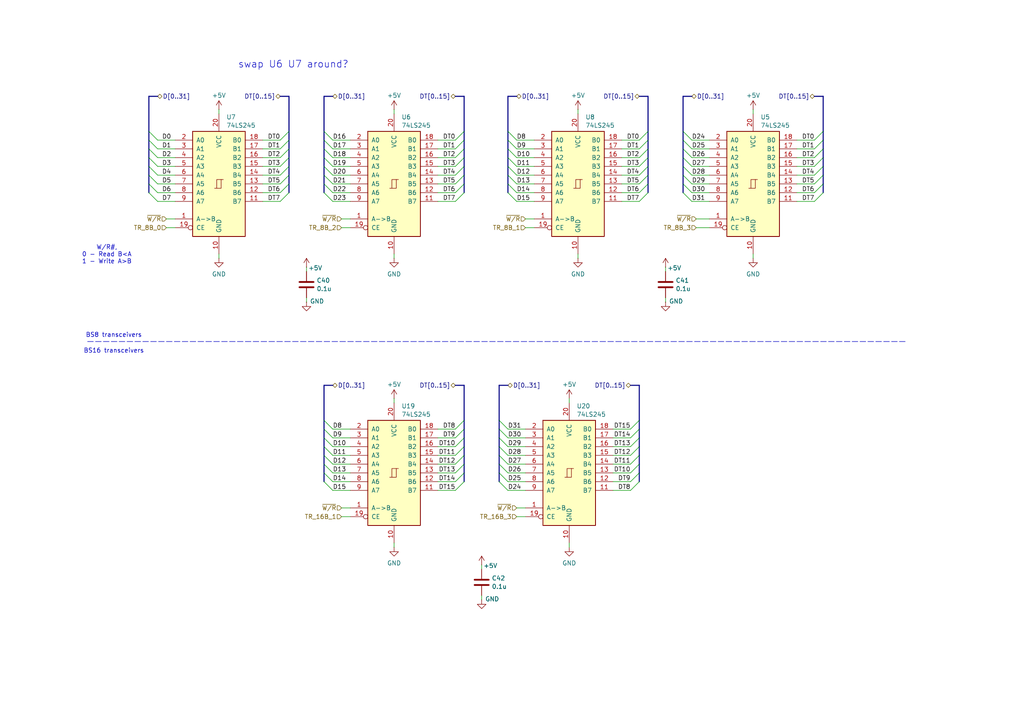
<source format=kicad_sch>
(kicad_sch (version 20250114) (generator "eeschema") (generator_version "9.0")
  (paper "A4")
  (title_block (title "486 Homebrew Computer") (date "2025-12-15") (rev "1 (sch 2.0)") (company "maniek86.xyz"))
  (lib_symbols
    (symbol "74xx:74LS245" (pin_names (offset 1.016))
      (property "Reference" "U" (at -7.62 16.51 0))
      (property "Value" "74LS245" (at -7.62 -16.51 0))
      (symbol "74LS245_1_0"
        (polyline (pts (xy -1.27 -1.27) (xy 0.635 -1.27) (xy 0.635 1.27) (xy 1.27 1.27)))
        (polyline (pts (xy -0.635 -1.27) (xy -0.635 1.27) (xy 0.635 1.27)))
        (pin tri_state line (at -12.7 12.7 0) (length 5.08) (name "A0") (number "2"))
        (pin tri_state line (at -12.7 10.16 0) (length 5.08) (name "A1") (number "3"))
        (pin tri_state line (at -12.7 7.62 0) (length 5.08) (name "A2") (number "4"))
        (pin tri_state line (at -12.7 5.08 0) (length 5.08) (name "A3") (number "5"))
        (pin tri_state line (at -12.7 2.54 0) (length 5.08) (name "A4") (number "6"))
        (pin tri_state line (at -12.7 0 0) (length 5.08) (name "A5") (number "7"))
        (pin tri_state line (at -12.7 -2.54 0) (length 5.08) (name "A6") (number "8"))
        (pin tri_state line (at -12.7 -5.08 0) (length 5.08) (name "A7") (number "9"))
        (pin input line (at -12.7 -10.16 0) (length 5.08) (name "A->B") (number "1"))
        (pin input inverted (at -12.7 -12.7 0) (length 5.08) (name "CE") (number "19"))
        (pin power_in line (at 0 20.32 270) (length 5.08) (name "VCC") (number "20"))
        (pin power_in line (at 0 -20.32 90) (length 5.08) (name "GND") (number "10"))
        (pin tri_state line (at 12.7 12.7 180) (length 5.08) (name "B0") (number "18"))
        (pin tri_state line (at 12.7 10.16 180) (length 5.08) (name "B1") (number "17"))
        (pin tri_state line (at 12.7 7.62 180) (length 5.08) (name "B2") (number "16"))
        (pin tri_state line (at 12.7 5.08 180) (length 5.08) (name "B3") (number "15"))
        (pin tri_state line (at 12.7 2.54 180) (length 5.08) (name "B4") (number "14"))
        (pin tri_state line (at 12.7 0 180) (length 5.08) (name "B5") (number "13"))
        (pin tri_state line (at 12.7 -2.54 180) (length 5.08) (name "B6") (number "12"))
        (pin tri_state line (at 12.7 -5.08 180) (length 5.08) (name "B7") (number "11"))
      )
      (symbol "74LS245_1_1"
        (rectangle (start -7.62 15.24) (end 7.62 -15.24) (stroke (width 0.254)) (fill (type background)))
      )
    )
    (symbol "Device:C" (pin_numbers (hide yes)) (pin_names (offset 0.254))
      (property "Reference" "C" (at 0.635 2.54 0))
      (property "Value" "C" (at 0.635 -2.54 0))
      (symbol "C_0_1"
        (polyline (pts (xy -2.032 0.762) (xy 2.032 0.762)) (stroke (width 0.508)))
        (polyline (pts (xy -2.032 -0.762) (xy 2.032 -0.762)) (stroke (width 0.508)))
      )
      (symbol "C_1_1"
        (pin passive line (at 0 3.81 270) (length 2.794) (name "~") (number "1"))
        (pin passive line (at 0 -3.81 90) (length 2.794) (name "~") (number "2"))
      )
    )
    (symbol "power:+5V" (power) (pin_numbers (hide yes)) (pin_names (offset 0) (hide yes))
      (property "Value" "+5V" (at 0 3.556 0))
      (symbol "+5V_0_1"
        (polyline (pts (xy -0.762 1.27) (xy 0 2.54)))
        (polyline (pts (xy 0 2.54) (xy 0.762 1.27)))
        (polyline (pts (xy 0 0) (xy 0 2.54)))
      )
      (symbol "+5V_1_1"
        (pin power_in line (at 0 0 90) (length 0) (name "~") (number "1"))
      )
    )
    (symbol "power:GND" (power) (pin_numbers (hide yes)) (pin_names (offset 0) (hide yes))
      (property "Value" "GND" (at 0 -3.81 0))
      (symbol "GND_0_1"
        (polyline (pts (xy 0 0) (xy 0 -1.27) (xy 1.27 -1.27) (xy 0 -2.54) (xy -1.27 -1.27) (xy 0 -1.27)))
      )
      (symbol "GND_1_1"
        (pin power_in line (at 0 0 270) (length 0) (name "~") (number "1"))
      )
    )
  )
  (text "swap U6 U7 around?" (at 85.09 18.796 0) (effects (font (size 2 2))))
  (text "W/R#,\n0 - Read B<A\n1 - Write A>B" (at 30.988 73.914 0) (effects (font (size 1.27 1.27))))
  (text "BS8 transceivers" (at 33.02 97.282 0) (effects (font (size 1.27 1.27))))
  (text "BS16 transceivers" (at 33.02 101.854 0) (effects (font (size 1.27 1.27))))
  (bus_entry (at 185.42 45.72) (size 2.54 -2.54))
  (bus_entry (at 185.42 50.8) (size 2.54 -2.54))
  (bus_entry (at 236.22 55.88) (size 2.54 -2.54))
  (bus_entry (at 81.28 53.34) (size 2.54 -2.54))
  (bus_entry (at 147.32 129.54) (size -2.54 -2.54))
  (bus_entry (at 132.08 129.54) (size 2.54 -2.54))
  (bus_entry (at 200.66 43.18) (size -2.54 -2.54))
  (bus_entry (at 185.42 48.26) (size 2.54 -2.54))
  (bus_entry (at 185.42 53.34) (size 2.54 -2.54))
  (bus_entry (at 149.86 45.72) (size -2.54 -2.54))
  (bus_entry (at 81.28 50.8) (size 2.54 -2.54))
  (bus_entry (at 200.66 55.88) (size -2.54 -2.54))
  (bus_entry (at 45.72 55.88) (size -2.54 -2.54))
  (bus_entry (at 96.52 58.42) (size -2.54 -2.54))
  (bus_entry (at 132.08 50.8) (size 2.54 -2.54))
  (bus_entry (at 236.22 50.8) (size 2.54 -2.54))
  (bus_entry (at 81.28 45.72) (size 2.54 -2.54))
  (bus_entry (at 185.42 58.42) (size 2.54 -2.54))
  (bus_entry (at 147.32 124.46) (size -2.54 -2.54))
  (bus_entry (at 200.66 48.26) (size -2.54 -2.54))
  (bus_entry (at 96.52 134.62) (size -2.54 -2.54))
  (bus_entry (at 147.32 134.62) (size -2.54 -2.54))
  (bus_entry (at 182.88 137.16) (size 2.54 -2.54))
  (bus_entry (at 200.66 50.8) (size -2.54 -2.54))
  (bus_entry (at 236.22 43.18) (size 2.54 -2.54))
  (bus_entry (at 182.88 132.08) (size 2.54 -2.54))
  (bus_entry (at 96.52 43.18) (size -2.54 -2.54))
  (bus_entry (at 132.08 142.24) (size 2.54 -2.54))
  (bus_entry (at 132.08 40.64) (size 2.54 -2.54))
  (bus_entry (at 182.88 129.54) (size 2.54 -2.54))
  (bus_entry (at 96.52 142.24) (size -2.54 -2.54))
  (bus_entry (at 96.52 40.64) (size -2.54 -2.54))
  (bus_entry (at 132.08 134.62) (size 2.54 -2.54))
  (bus_entry (at 132.08 45.72) (size 2.54 -2.54))
  (bus_entry (at 147.32 127) (size -2.54 -2.54))
  (bus_entry (at 147.32 132.08) (size -2.54 -2.54))
  (bus_entry (at 96.52 55.88) (size -2.54 -2.54))
  (bus_entry (at 45.72 45.72) (size -2.54 -2.54))
  (bus_entry (at 149.86 50.8) (size -2.54 -2.54))
  (bus_entry (at 81.28 40.64) (size 2.54 -2.54))
  (bus_entry (at 132.08 127) (size 2.54 -2.54))
  (bus_entry (at 96.52 127) (size -2.54 -2.54))
  (bus_entry (at 96.52 53.34) (size -2.54 -2.54))
  (bus_entry (at 236.22 48.26) (size 2.54 -2.54))
  (bus_entry (at 96.52 137.16) (size -2.54 -2.54))
  (bus_entry (at 45.72 58.42) (size -2.54 -2.54))
  (bus_entry (at 45.72 43.18) (size -2.54 -2.54))
  (bus_entry (at 200.66 40.64) (size -2.54 -2.54))
  (bus_entry (at 45.72 40.64) (size -2.54 -2.54))
  (bus_entry (at 132.08 124.46) (size 2.54 -2.54))
  (bus_entry (at 132.08 137.16) (size 2.54 -2.54))
  (bus_entry (at 149.86 55.88) (size -2.54 -2.54))
  (bus_entry (at 149.86 48.26) (size -2.54 -2.54))
  (bus_entry (at 200.66 53.34) (size -2.54 -2.54))
  (bus_entry (at 96.52 48.26) (size -2.54 -2.54))
  (bus_entry (at 147.32 142.24) (size -2.54 -2.54))
  (bus_entry (at 182.88 142.24) (size 2.54 -2.54))
  (bus_entry (at 96.52 139.7) (size -2.54 -2.54))
  (bus_entry (at 45.72 53.34) (size -2.54 -2.54))
  (bus_entry (at 147.32 137.16) (size -2.54 -2.54))
  (bus_entry (at 149.86 43.18) (size -2.54 -2.54))
  (bus_entry (at 81.28 48.26) (size 2.54 -2.54))
  (bus_entry (at 132.08 48.26) (size 2.54 -2.54))
  (bus_entry (at 182.88 139.7) (size 2.54 -2.54))
  (bus_entry (at 96.52 50.8) (size -2.54 -2.54))
  (bus_entry (at 149.86 53.34) (size -2.54 -2.54))
  (bus_entry (at 45.72 48.26) (size -2.54 -2.54))
  (bus_entry (at 236.22 53.34) (size 2.54 -2.54))
  (bus_entry (at 182.88 134.62) (size 2.54 -2.54))
  (bus_entry (at 185.42 55.88) (size 2.54 -2.54))
  (bus_entry (at 81.28 55.88) (size 2.54 -2.54))
  (bus_entry (at 96.52 45.72) (size -2.54 -2.54))
  (bus_entry (at 96.52 132.08) (size -2.54 -2.54))
  (bus_entry (at 132.08 132.08) (size 2.54 -2.54))
  (bus_entry (at 147.32 139.7) (size -2.54 -2.54))
  (bus_entry (at 81.28 58.42) (size 2.54 -2.54))
  (bus_entry (at 200.66 58.42) (size -2.54 -2.54))
  (bus_entry (at 96.52 129.54) (size -2.54 -2.54))
  (bus_entry (at 132.08 55.88) (size 2.54 -2.54))
  (bus_entry (at 200.66 45.72) (size -2.54 -2.54))
  (bus_entry (at 185.42 43.18) (size 2.54 -2.54))
  (bus_entry (at 96.52 124.46) (size -2.54 -2.54))
  (bus_entry (at 132.08 58.42) (size 2.54 -2.54))
  (bus_entry (at 132.08 53.34) (size 2.54 -2.54))
  (bus_entry (at 182.88 124.46) (size 2.54 -2.54))
  (bus_entry (at 45.72 50.8) (size -2.54 -2.54))
  (bus_entry (at 236.22 58.42) (size 2.54 -2.54))
  (bus_entry (at 149.86 40.64) (size -2.54 -2.54))
  (bus_entry (at 185.42 40.64) (size 2.54 -2.54))
  (bus_entry (at 132.08 139.7) (size 2.54 -2.54))
  (bus_entry (at 236.22 45.72) (size 2.54 -2.54))
  (bus_entry (at 81.28 43.18) (size 2.54 -2.54))
  (bus_entry (at 132.08 43.18) (size 2.54 -2.54))
  (bus_entry (at 149.86 58.42) (size -2.54 -2.54))
  (bus_entry (at 236.22 40.64) (size 2.54 -2.54))
  (bus_entry (at 182.88 127) (size 2.54 -2.54))
  (wire (pts (xy 180.34 43.18) (xy 185.42 43.18)))
  (wire (pts (xy 96.52 50.8) (xy 101.6 50.8)))
  (bus (pts (xy 185.42 111.76) (xy 185.42 121.92)))
  (wire (pts (xy 96.52 139.7) (xy 101.6 139.7)))
  (bus (pts (xy 238.76 40.64) (xy 238.76 43.18)))
  (bus (pts (xy 134.62 48.26) (xy 134.62 50.8)))
  (wire (pts (xy 200.66 45.72) (xy 205.74 45.72)))
  (wire (pts (xy 147.32 139.7) (xy 152.4 139.7)))
  (bus (pts (xy 83.82 53.34) (xy 83.82 55.88)))
  (bus (pts (xy 134.62 132.08) (xy 134.62 134.62)))
  (bus (pts (xy 198.12 27.94) (xy 200.66 27.94)))
  (bus (pts (xy 187.96 48.26) (xy 187.96 50.8)))
  (wire (pts (xy 139.7 163.83) (xy 139.7 165.1)))
  (bus (pts (xy 134.62 129.54) (xy 134.62 132.08)))
  (bus (pts (xy 144.78 124.46) (xy 144.78 121.92)))
  (wire (pts (xy 63.5 31.75) (xy 63.5 33.02)))
  (wire (pts (xy 149.86 147.32) (xy 152.4 147.32)))
  (bus (pts (xy 147.32 45.72) (xy 147.32 43.18)))
  (wire (pts (xy 114.3 73.66) (xy 114.3 74.93)))
  (bus (pts (xy 147.32 50.8) (xy 147.32 48.26)))
  (wire (pts (xy 45.72 53.34) (xy 50.8 53.34)))
  (bus (pts (xy 134.62 121.92) (xy 134.62 124.46)))
  (bus (pts (xy 83.82 45.72) (xy 83.82 48.26)))
  (bus (pts (xy 238.76 45.72) (xy 238.76 48.26)))
  (wire (pts (xy 200.66 43.18) (xy 205.74 43.18)))
  (bus (pts (xy 185.42 132.08) (xy 185.42 134.62)))
  (bus (pts (xy 187.96 27.94) (xy 187.96 38.1)))
  (wire (pts (xy 88.9 86.36) (xy 88.9 87.63)))
  (wire (pts (xy 76.2 48.26) (xy 81.28 48.26)))
  (bus (pts (xy 238.76 48.26) (xy 238.76 50.8)))
  (bus (pts (xy 198.12 38.1) (xy 198.12 27.94)))
  (wire (pts (xy 63.5 73.66) (xy 63.5 74.93)))
  (wire (pts (xy 152.4 63.5) (xy 154.94 63.5)))
  (wire (pts (xy 127 43.18) (xy 132.08 43.18)))
  (bus (pts (xy 144.78 137.16) (xy 144.78 134.62)))
  (bus (pts (xy 43.18 43.18) (xy 43.18 45.72)))
  (wire (pts (xy 147.32 127) (xy 152.4 127)))
  (bus (pts (xy 198.12 40.64) (xy 198.12 38.1)))
  (wire (pts (xy 127 40.64) (xy 132.08 40.64)))
  (wire (pts (xy 96.52 124.46) (xy 101.6 124.46)))
  (bus (pts (xy 144.78 111.76) (xy 147.32 111.76)))
  (bus (pts (xy 132.08 27.94) (xy 134.62 27.94)))
  (bus (pts (xy 185.42 129.54) (xy 185.42 132.08)))
  (bus (pts (xy 147.32 43.18) (xy 147.32 40.64)))
  (bus (pts (xy 144.78 132.08) (xy 144.78 129.54)))
  (bus (pts (xy 83.82 40.64) (xy 83.82 43.18)))
  (bus (pts (xy 93.98 40.64) (xy 93.98 43.18)))
  (wire (pts (xy 147.32 129.54) (xy 152.4 129.54)))
  (wire (pts (xy 96.52 127) (xy 101.6 127)))
  (polyline (pts (xy 25.4 99.06) (xy 262.89 99.06)) (stroke (width 0) (type dash)))
  (bus (pts (xy 238.76 38.1) (xy 238.76 40.64)))
  (wire (pts (xy 231.14 40.64) (xy 236.22 40.64)))
  (wire (pts (xy 45.72 50.8) (xy 50.8 50.8)))
  (wire (pts (xy 139.7 172.72) (xy 139.7 173.99)))
  (wire (pts (xy 127 45.72) (xy 132.08 45.72)))
  (bus (pts (xy 144.78 139.7) (xy 144.78 137.16)))
  (wire (pts (xy 127 139.7) (xy 132.08 139.7)))
  (wire (pts (xy 99.06 147.32) (xy 101.6 147.32)))
  (wire (pts (xy 127 134.62) (xy 132.08 134.62)))
  (bus (pts (xy 198.12 48.26) (xy 198.12 45.72)))
  (wire (pts (xy 149.86 149.86) (xy 152.4 149.86)))
  (bus (pts (xy 238.76 53.34) (xy 238.76 55.88)))
  (bus (pts (xy 144.78 129.54) (xy 144.78 127)))
  (wire (pts (xy 149.86 48.26) (xy 154.94 48.26)))
  (wire (pts (xy 152.4 124.46) (xy 147.32 124.46)))
  (wire (pts (xy 147.32 137.16) (xy 152.4 137.16)))
  (bus (pts (xy 43.18 27.94) (xy 43.18 38.1)))
  (bus (pts (xy 198.12 43.18) (xy 198.12 40.64)))
  (wire (pts (xy 127 50.8) (xy 132.08 50.8)))
  (wire (pts (xy 96.52 55.88) (xy 101.6 55.88)))
  (wire (pts (xy 165.1 115.57) (xy 165.1 116.84)))
  (wire (pts (xy 147.32 134.62) (xy 152.4 134.62)))
  (wire (pts (xy 218.44 73.66) (xy 218.44 74.93)))
  (wire (pts (xy 149.86 53.34) (xy 154.94 53.34)))
  (wire (pts (xy 48.26 66.04) (xy 50.8 66.04)))
  (wire (pts (xy 180.34 50.8) (xy 185.42 50.8)))
  (bus (pts (xy 238.76 43.18) (xy 238.76 45.72)))
  (bus (pts (xy 147.32 55.88) (xy 147.32 53.34)))
  (bus (pts (xy 134.62 127) (xy 134.62 129.54)))
  (wire (pts (xy 149.86 45.72) (xy 154.94 45.72)))
  (wire (pts (xy 45.72 48.26) (xy 50.8 48.26)))
  (wire (pts (xy 200.66 55.88) (xy 205.74 55.88)))
  (wire (pts (xy 99.06 149.86) (xy 101.6 149.86)))
  (wire (pts (xy 96.52 48.26) (xy 101.6 48.26)))
  (wire (pts (xy 182.88 127) (xy 177.8 127)))
  (wire (pts (xy 127 137.16) (xy 132.08 137.16)))
  (bus (pts (xy 134.62 45.72) (xy 134.62 48.26)))
  (bus (pts (xy 187.96 45.72) (xy 187.96 48.26)))
  (wire (pts (xy 180.34 58.42) (xy 185.42 58.42)))
  (bus (pts (xy 182.88 111.76) (xy 185.42 111.76)))
  (bus (pts (xy 134.62 124.46) (xy 134.62 127)))
  (wire (pts (xy 76.2 43.18) (xy 81.28 43.18)))
  (bus (pts (xy 187.96 38.1) (xy 187.96 40.64)))
  (bus (pts (xy 93.98 137.16) (xy 93.98 134.62)))
  (bus (pts (xy 185.42 127) (xy 185.42 129.54)))
  (wire (pts (xy 76.2 50.8) (xy 81.28 50.8)))
  (wire (pts (xy 127 53.34) (xy 132.08 53.34)))
  (wire (pts (xy 76.2 55.88) (xy 81.28 55.88)))
  (bus (pts (xy 43.18 53.34) (xy 43.18 55.88)))
  (wire (pts (xy 231.14 58.42) (xy 236.22 58.42)))
  (bus (pts (xy 238.76 50.8) (xy 238.76 53.34)))
  (bus (pts (xy 43.18 45.72) (xy 43.18 48.26)))
  (bus (pts (xy 43.18 50.8) (xy 43.18 53.34)))
  (wire (pts (xy 180.34 53.34) (xy 185.42 53.34)))
  (bus (pts (xy 185.42 121.92) (xy 185.42 124.46)))
  (bus (pts (xy 198.12 55.88) (xy 198.12 53.34)))
  (wire (pts (xy 193.04 77.47) (xy 193.04 78.74)))
  (wire (pts (xy 218.44 31.75) (xy 218.44 33.02)))
  (wire (pts (xy 182.88 129.54) (xy 177.8 129.54)))
  (wire (pts (xy 149.86 58.42) (xy 154.94 58.42)))
  (wire (pts (xy 180.34 48.26) (xy 185.42 48.26)))
  (wire (pts (xy 180.34 45.72) (xy 185.42 45.72)))
  (bus (pts (xy 134.62 111.76) (xy 134.62 121.92)))
  (wire (pts (xy 149.86 55.88) (xy 154.94 55.88)))
  (wire (pts (xy 45.72 58.42) (xy 50.8 58.42)))
  (wire (pts (xy 76.2 58.42) (xy 81.28 58.42)))
  (bus (pts (xy 93.98 132.08) (xy 93.98 129.54)))
  (bus (pts (xy 134.62 50.8) (xy 134.62 53.34)))
  (wire (pts (xy 45.72 45.72) (xy 50.8 45.72)))
  (bus (pts (xy 147.32 53.34) (xy 147.32 50.8)))
  (bus (pts (xy 134.62 27.94) (xy 134.62 38.1)))
  (wire (pts (xy 167.64 31.75) (xy 167.64 33.02)))
  (wire (pts (xy 182.88 132.08) (xy 177.8 132.08)))
  (wire (pts (xy 114.3 115.57) (xy 114.3 116.84)))
  (bus (pts (xy 43.18 38.1) (xy 43.18 40.64)))
  (wire (pts (xy 99.06 63.5) (xy 101.6 63.5)))
  (wire (pts (xy 201.93 66.04) (xy 205.74 66.04)))
  (bus (pts (xy 238.76 27.94) (xy 238.76 38.1)))
  (bus (pts (xy 93.98 129.54) (xy 93.98 127)))
  (bus (pts (xy 144.78 134.62) (xy 144.78 132.08)))
  (wire (pts (xy 180.34 40.64) (xy 185.42 40.64)))
  (wire (pts (xy 231.14 50.8) (xy 236.22 50.8)))
  (bus (pts (xy 93.98 45.72) (xy 93.98 48.26)))
  (wire (pts (xy 200.66 58.42) (xy 205.74 58.42)))
  (bus (pts (xy 187.96 53.34) (xy 187.96 55.88)))
  (wire (pts (xy 96.52 43.18) (xy 101.6 43.18)))
  (bus (pts (xy 147.32 38.1) (xy 147.32 27.94)))
  (wire (pts (xy 45.72 40.64) (xy 50.8 40.64)))
  (bus (pts (xy 147.32 48.26) (xy 147.32 45.72)))
  (wire (pts (xy 127 124.46) (xy 132.08 124.46)))
  (wire (pts (xy 114.3 31.75) (xy 114.3 33.02)))
  (bus (pts (xy 185.42 27.94) (xy 187.96 27.94)))
  (bus (pts (xy 134.62 43.18) (xy 134.62 45.72)))
  (wire (pts (xy 76.2 40.64) (xy 81.28 40.64)))
  (bus (pts (xy 187.96 50.8) (xy 187.96 53.34)))
  (wire (pts (xy 127 142.24) (xy 132.08 142.24)))
  (wire (pts (xy 182.88 142.24) (xy 177.8 142.24)))
  (bus (pts (xy 236.22 27.94) (xy 238.76 27.94)))
  (bus (pts (xy 198.12 50.8) (xy 198.12 48.26)))
  (bus (pts (xy 147.32 27.94) (xy 149.86 27.94)))
  (wire (pts (xy 127 127) (xy 132.08 127)))
  (bus (pts (xy 134.62 137.16) (xy 134.62 139.7)))
  (bus (pts (xy 132.08 111.76) (xy 134.62 111.76)))
  (bus (pts (xy 93.98 139.7) (xy 93.98 137.16)))
  (wire (pts (xy 99.06 66.04) (xy 101.6 66.04)))
  (wire (pts (xy 45.72 55.88) (xy 50.8 55.88)))
  (wire (pts (xy 96.52 45.72) (xy 101.6 45.72)))
  (bus (pts (xy 93.98 43.18) (xy 93.98 45.72)))
  (wire (pts (xy 114.3 157.48) (xy 114.3 158.75)))
  (bus (pts (xy 93.98 27.94) (xy 96.52 27.94)))
  (bus (pts (xy 198.12 53.34) (xy 198.12 50.8)))
  (bus (pts (xy 147.32 40.64) (xy 147.32 38.1)))
  (wire (pts (xy 205.74 40.64) (xy 200.66 40.64)))
  (bus (pts (xy 43.18 27.94) (xy 45.72 27.94)))
  (wire (pts (xy 231.14 55.88) (xy 236.22 55.88)))
  (wire (pts (xy 201.93 63.5) (xy 205.74 63.5)))
  (wire (pts (xy 147.32 142.24) (xy 152.4 142.24)))
  (wire (pts (xy 182.88 139.7) (xy 177.8 139.7)))
  (bus (pts (xy 93.98 111.76) (xy 96.52 111.76)))
  (wire (pts (xy 200.66 50.8) (xy 205.74 50.8)))
  (bus (pts (xy 93.98 134.62) (xy 93.98 132.08)))
  (wire (pts (xy 180.34 55.88) (xy 185.42 55.88)))
  (bus (pts (xy 43.18 48.26) (xy 43.18 50.8)))
  (wire (pts (xy 48.26 63.5) (xy 50.8 63.5)))
  (wire (pts (xy 165.1 157.48) (xy 165.1 158.75)))
  (wire (pts (xy 96.52 40.64) (xy 101.6 40.64)))
  (wire (pts (xy 182.88 137.16) (xy 177.8 137.16)))
  (wire (pts (xy 45.72 43.18) (xy 50.8 43.18)))
  (wire (pts (xy 127 58.42) (xy 132.08 58.42)))
  (wire (pts (xy 231.14 48.26) (xy 236.22 48.26)))
  (bus (pts (xy 83.82 50.8) (xy 83.82 53.34)))
  (bus (pts (xy 93.98 121.92) (xy 93.98 111.76)))
  (wire (pts (xy 182.88 134.62) (xy 177.8 134.62)))
  (wire (pts (xy 149.86 43.18) (xy 154.94 43.18)))
  (wire (pts (xy 231.14 53.34) (xy 236.22 53.34)))
  (wire (pts (xy 182.88 124.46) (xy 177.8 124.46)))
  (bus (pts (xy 93.98 127) (xy 93.98 124.46)))
  (bus (pts (xy 93.98 53.34) (xy 93.98 55.88)))
  (bus (pts (xy 93.98 48.26) (xy 93.98 50.8)))
  (bus (pts (xy 83.82 43.18) (xy 83.82 45.72)))
  (wire (pts (xy 152.4 66.04) (xy 154.94 66.04)))
  (bus (pts (xy 198.12 45.72) (xy 198.12 43.18)))
  (bus (pts (xy 144.78 127) (xy 144.78 124.46)))
  (wire (pts (xy 231.14 45.72) (xy 236.22 45.72)))
  (wire (pts (xy 76.2 53.34) (xy 81.28 53.34)))
  (wire (pts (xy 127 132.08) (xy 132.08 132.08)))
  (bus (pts (xy 93.98 38.1) (xy 93.98 40.64)))
  (wire (pts (xy 200.66 53.34) (xy 205.74 53.34)))
  (wire (pts (xy 76.2 45.72) (xy 81.28 45.72)))
  (bus (pts (xy 93.98 50.8) (xy 93.98 53.34)))
  (bus (pts (xy 185.42 134.62) (xy 185.42 137.16)))
  (wire (pts (xy 231.14 43.18) (xy 236.22 43.18)))
  (bus (pts (xy 134.62 134.62) (xy 134.62 137.16)))
  (bus (pts (xy 185.42 124.46) (xy 185.42 127)))
  (bus (pts (xy 134.62 53.34) (xy 134.62 55.88)))
  (wire (pts (xy 96.52 142.24) (xy 101.6 142.24)))
  (wire (pts (xy 167.64 73.66) (xy 167.64 74.93)))
  (wire (pts (xy 96.52 137.16) (xy 101.6 137.16)))
  (bus (pts (xy 187.96 40.64) (xy 187.96 43.18)))
  (bus (pts (xy 83.82 38.1) (xy 83.82 40.64)))
  (wire (pts (xy 127 55.88) (xy 132.08 55.88)))
  (bus (pts (xy 83.82 27.94) (xy 83.82 38.1)))
  (wire (pts (xy 147.32 132.08) (xy 152.4 132.08)))
  (bus (pts (xy 93.98 124.46) (xy 93.98 121.92)))
  (wire (pts (xy 96.52 53.34) (xy 101.6 53.34)))
  (bus (pts (xy 43.18 40.64) (xy 43.18 43.18)))
  (wire (pts (xy 193.04 86.36) (xy 193.04 87.63)))
  (wire (pts (xy 149.86 50.8) (xy 154.94 50.8)))
  (bus (pts (xy 134.62 40.64) (xy 134.62 43.18)))
  (bus (pts (xy 81.28 27.94) (xy 83.82 27.94)))
  (bus (pts (xy 93.98 38.1) (xy 93.98 27.94)))
  (bus (pts (xy 134.62 38.1) (xy 134.62 40.64)))
  (wire (pts (xy 149.86 40.64) (xy 154.94 40.64)))
  (bus (pts (xy 144.78 121.92) (xy 144.78 111.76)))
  (bus (pts (xy 185.42 137.16) (xy 185.42 139.7)))
  (wire (pts (xy 127 129.54) (xy 132.08 129.54)))
  (wire (pts (xy 96.52 58.42) (xy 101.6 58.42)))
  (bus (pts (xy 83.82 48.26) (xy 83.82 50.8)))
  (bus (pts (xy 187.96 43.18) (xy 187.96 45.72)))
  (wire (pts (xy 88.9 77.47) (xy 88.9 78.74)))
  (wire (pts (xy 96.52 132.08) (xy 101.6 132.08)))
  (wire (pts (xy 96.52 134.62) (xy 101.6 134.62)))
  (wire (pts (xy 127 48.26) (xy 132.08 48.26)))
  (wire (pts (xy 200.66 48.26) (xy 205.74 48.26)))
  (wire (pts (xy 96.52 129.54) (xy 101.6 129.54)))
  (label "DT15" (at 182.88 124.46 180))
  (label "DT8" (at 132.08 124.46 180))
  (label "DT3" (at 236.22 48.26 180))
  (label "DT11" (at 182.88 134.62 180))
  (label "DT0" (at 236.22 40.64 180))
  (label "DT1" (at 185.42 43.18 180))
  (label "DT0" (at 81.28 40.64 180))
  (label "DT7" (at 185.42 58.42 180))
  (label "DT3" (at 81.28 48.26 180))
  (label "D21" (at 96.52 53.34 0))
  (label "D27" (at 200.66 48.26 0))
  (label "DT14" (at 132.08 139.7 180))
  (label "D17" (at 96.52 43.18 0))
  (label "DT6" (at 81.28 55.88 180))
  (label "DT4" (at 185.42 50.8 180))
  (label "D11" (at 96.52 132.08 0))
  (label "D15" (at 149.86 58.42 0))
  (label "DT5" (at 81.28 53.34 180))
  (label "DT9" (at 132.08 127 180))
  (label "DT5" (at 132.08 53.34 180))
  (label "D8" (at 96.52 124.46 0))
  (label "D14" (at 96.52 139.7 0))
  (label "D28" (at 200.66 50.8 0))
  (label "D13" (at 149.86 53.34 0))
  (label "D8" (at 149.86 40.64 0))
  (label "DT0" (at 132.08 40.64 180))
  (label "D6" (at 46.99 55.88 0))
  (label "DT13" (at 182.88 129.54 180))
  (label "D10" (at 96.52 129.54 0))
  (label "DT14" (at 182.88 127 180))
  (label "DT1" (at 132.08 43.18 180))
  (label "D30" (at 200.66 55.88 0))
  (label "DT13" (at 132.08 137.16 180))
  (label "DT1" (at 81.28 43.18 180))
  (label "D7" (at 46.99 58.42 0))
  (label "D25" (at 147.32 139.7 0))
  (label "D11" (at 149.86 48.26 0))
  (label "DT4" (at 81.28 50.8 180))
  (label "D24" (at 200.66 40.64 0))
  (label "DT2" (at 236.22 45.72 180))
  (label "DT2" (at 81.28 45.72 180))
  (label "D9" (at 149.86 43.18 0))
  (label "D23" (at 96.52 58.42 0))
  (label "DT10" (at 182.88 137.16 180))
  (label "D28" (at 147.32 132.08 0))
  (label "DT5" (at 185.42 53.34 180))
  (label "D16" (at 96.52 40.64 0))
  (label "D22" (at 96.52 55.88 0))
  (label "D14" (at 149.86 55.88 0))
  (label "D18" (at 96.52 45.72 0))
  (label "DT4" (at 236.22 50.8 180))
  (label "DT11" (at 132.08 132.08 180))
  (label "D3" (at 46.99 48.26 0))
  (label "DT12" (at 182.88 132.08 180))
  (label "DT12" (at 132.08 134.62 180))
  (label "DT5" (at 236.22 53.34 180))
  (label "DT3" (at 132.08 48.26 180))
  (label "DT9" (at 182.88 139.7 180))
  (label "D25" (at 200.66 43.18 0))
  (label "DT15" (at 132.08 142.24 180))
  (label "DT3" (at 185.42 48.26 180))
  (label "D29" (at 147.32 129.54 0))
  (label "D10" (at 149.86 45.72 0))
  (label "D19" (at 96.52 48.26 0))
  (label "DT1" (at 236.22 43.18 180))
  (label "DT6" (at 132.08 55.88 180))
  (label "D9" (at 96.52 127 0))
  (label "DT7" (at 81.28 58.42 180))
  (label "DT6" (at 185.42 55.88 180))
  (label "D1" (at 46.99 43.18 0))
  (label "D31" (at 200.66 58.42 0))
  (label "D20" (at 96.52 50.8 0))
  (label "D13" (at 96.52 137.16 0))
  (label "D2" (at 46.99 45.72 0))
  (label "DT6" (at 236.22 55.88 180))
  (label "DT4" (at 132.08 50.8 180))
  (label "DT0" (at 185.42 40.64 180))
  (label "DT2" (at 132.08 45.72 180))
  (label "D27" (at 147.32 134.62 0))
  (label "D15" (at 96.52 142.24 0))
  (label "DT7" (at 132.08 58.42 180))
  (label "D26" (at 147.32 137.16 0))
  (label "D26" (at 200.66 45.72 0))
  (label "DT10" (at 132.08 129.54 180))
  (label "D0" (at 46.99 40.64 0))
  (label "D4" (at 46.99 50.8 0))
  (label "DT8" (at 182.88 142.24 180))
  (label "D24" (at 147.32 142.24 0))
  (label "DT7" (at 236.22 58.42 180))
  (label "D12" (at 96.52 134.62 0))
  (label "D12" (at 149.86 50.8 0))
  (label "D29" (at 200.66 53.34 0))
  (label "D5" (at 46.99 53.34 0))
  (label "D30" (at 147.32 127 0))
  (label "D31" (at 147.32 124.46 0))
  (label "DT2" (at 185.42 45.72 180))
  (hierarchical_label "~{W{slash}R}" (shape input) (at 99.06 63.5 180))
  (hierarchical_label "~{W{slash}R}" (shape input) (at 99.06 147.32 180))
  (hierarchical_label "D[0..31]" (shape bidirectional) (at 147.32 111.76 0))
  (hierarchical_label "~{W{slash}R}" (shape input) (at 152.4 63.5 180))
  (hierarchical_label "DT[0..15]" (shape bidirectional) (at 182.88 111.76 180))
  (hierarchical_label "DT[0..15]" (shape bidirectional) (at 132.08 27.94 180))
  (hierarchical_label "TR_8B_3" (shape input) (at 201.93 66.04 180))
  (hierarchical_label "D[0..31]" (shape bidirectional) (at 96.52 111.76 0))
  (hierarchical_label "TR_8B_0" (shape input) (at 48.26 66.04 180))
  (hierarchical_label "D[0..31]" (shape bidirectional) (at 149.86 27.94 0))
  (hierarchical_label "~{W{slash}R}" (shape input) (at 201.93 63.5 180))
  (hierarchical_label "TR_8B_1" (shape input) (at 152.4 66.04 180))
  (hierarchical_label "~{W{slash}R}" (shape input) (at 149.86 147.32 180))
  (hierarchical_label "TR_16B_3" (shape input) (at 149.86 149.86 180))
  (hierarchical_label "DT[0..15]" (shape bidirectional) (at 132.08 111.76 180))
  (hierarchical_label "DT[0..15]" (shape bidirectional) (at 236.22 27.94 180))
  (hierarchical_label "D[0..31]" (shape bidirectional) (at 45.72 27.94 0))
  (hierarchical_label "TR_8B_2" (shape input) (at 99.06 66.04 180))
  (hierarchical_label "D[0..31]" (shape bidirectional) (at 200.66 27.94 0))
  (hierarchical_label "DT[0..15]" (shape bidirectional) (at 185.42 27.94 180))
  (hierarchical_label "~{W{slash}R}" (shape input) (at 48.26 63.5 180))
  (hierarchical_label "DT[0..15]" (shape bidirectional) (at 81.28 27.94 180))
  (hierarchical_label "D[0..31]" (shape bidirectional) (at 96.52 27.94 0))
  (hierarchical_label "TR_16B_1" (shape input) (at 99.06 149.86 180))
  (symbol (lib_id "power:GND") (at 139.7 173.99 0) (unit 1)
    (property "Reference" "#PWR0146" (effects (hide yes)))
    (property "Value" "GND" (at 142.748 173.736 0))
    (property "Description" "Power symbol creates a global label with name \"GND\" , ground" (effects (hide yes)))
  )
  (symbol (lib_id "power:GND") (at 165.1 158.75 0) (unit 1)
    (property "Reference" "#PWR053" (effects (hide yes)))
    (property "Value" "GND" (at 165.1 163.322 0))
    (property "Description" "Power symbol creates a global label with name \"GND\" , ground" (effects (hide yes)))
  )
  (symbol (lib_id "Device:C") (at 193.04 82.55 180) (unit 1)
    (property "Reference" "C41" (at 195.961 81.3378 0) (effects (justify right)))
    (property "Value" "0.1u" (at 195.961 83.7621 0) (effects (justify right)))
    (property "Footprint" "Capacitor_SMD:C_0805_2012Metric_Pad1.18x1.45mm_HandSolder" (effects (hide yes)))
    (property "Description" "Unpolarized capacitor" (effects (hide yes)))
  )
  (symbol (lib_id "power:GND") (at 193.04 87.63 0) (unit 1)
    (property "Reference" "#PWR0144" (effects (hide yes)))
    (property "Value" "GND" (at 196.088 87.376 0))
    (property "Description" "Power symbol creates a global label with name \"GND\" , ground" (effects (hide yes)))
  )
  (symbol (lib_id "power:+5V") (at 139.7 163.83 0) (unit 1)
    (property "Reference" "#PWR0145" (effects (hide yes)))
    (property "Value" "+5V" (at 142.24 164.084 0))
    (property "Description" "Power symbol creates a global label with name \"+5V\"" (effects (hide yes)))
  )
  (symbol (lib_id "power:+5V") (at 218.44 31.75 0) (unit 1)
    (property "Reference" "#PWR018" (effects (hide yes)))
    (property "Value" "+5V" (at 218.44 27.686 0))
    (property "Description" "Power symbol creates a global label with name \"+5V\"" (effects (hide yes)))
  )
  (symbol (lib_id "74xx:74LS245") (at 167.64 53.34 0) (unit 1)
    (property "Reference" "U8" (at 169.7833 33.9555 0) (effects (justify left)))
    (property "Value" "74LS245" (at 169.7833 36.3798 0) (effects (justify left)))
    (property "Footprint" "Package_SO:SOP-20_7.5x12.8mm_P1.27mm" (effects (hide yes)))
    (property "Datasheet" "http://www.ti.com/lit/gpn/sn74LS245" (effects (hide yes)))
    (property "Description" "Octal BUS Transceivers, 3-State outputs" (effects (hide yes)))
  )
  (symbol (lib_id "power:GND") (at 88.9 87.63 0) (unit 1)
    (property "Reference" "#PWR0142" (effects (hide yes)))
    (property "Value" "GND" (at 91.948 87.376 0))
    (property "Description" "Power symbol creates a global label with name \"GND\" , ground" (effects (hide yes)))
  )
  (symbol (lib_id "power:+5V") (at 63.5 31.75 0) (unit 1)
    (property "Reference" "#PWR0181" (effects (hide yes)))
    (property "Value" "+5V" (at 63.5 27.686 0))
    (property "Description" "Power symbol creates a global label with name \"+5V\"" (effects (hide yes)))
  )
  (symbol (lib_id "power:GND") (at 167.64 74.93 0) (unit 1)
    (property "Reference" "#PWR023" (effects (hide yes)))
    (property "Value" "GND" (at 167.64 79.502 0))
    (property "Description" "Power symbol creates a global label with name \"GND\" , ground" (effects (hide yes)))
  )
  (symbol (lib_id "power:GND") (at 218.44 74.93 0) (unit 1)
    (property "Reference" "#PWR019" (effects (hide yes)))
    (property "Value" "GND" (at 218.44 79.502 0))
    (property "Description" "Power symbol creates a global label with name \"GND\" , ground" (effects (hide yes)))
  )
  (symbol (lib_id "power:GND") (at 114.3 74.93 0) (unit 1)
    (property "Reference" "#PWR025" (effects (hide yes)))
    (property "Value" "GND" (at 114.3 79.502 0))
    (property "Description" "Power symbol creates a global label with name \"GND\" , ground" (effects (hide yes)))
  )
  (symbol (lib_id "power:+5V") (at 114.3 31.75 0) (unit 1)
    (property "Reference" "#PWR024" (effects (hide yes)))
    (property "Value" "+5V" (at 114.3 27.686 0))
    (property "Description" "Power symbol creates a global label with name \"+5V\"" (effects (hide yes)))
  )
  (symbol (lib_id "74xx:74LS245") (at 114.3 137.16 0) (unit 1)
    (property "Reference" "U19" (at 116.4433 117.7755 0) (effects (justify left)))
    (property "Value" "74LS245" (at 116.4433 120.1998 0) (effects (justify left)))
    (property "Footprint" "Package_SO:SOP-20_7.5x12.8mm_P1.27mm" (effects (hide yes)))
    (property "Datasheet" "http://www.ti.com/lit/gpn/sn74LS245" (effects (hide yes)))
    (property "Description" "Octal BUS Transceivers, 3-State outputs" (effects (hide yes)))
  )
  (symbol (lib_id "power:+5V") (at 88.9 77.47 0) (unit 1)
    (property "Reference" "#PWR0141" (effects (hide yes)))
    (property "Value" "+5V" (at 91.44 77.724 0))
    (property "Description" "Power symbol creates a global label with name \"+5V\"" (effects (hide yes)))
  )
  (symbol (lib_id "74xx:74LS245") (at 218.44 53.34 0) (unit 1)
    (property "Reference" "U5" (at 220.5833 33.9555 0) (effects (justify left)))
    (property "Value" "74LS245" (at 220.5833 36.3798 0) (effects (justify left)))
    (property "Footprint" "Package_SO:SOP-20_7.5x12.8mm_P1.27mm" (effects (hide yes)))
    (property "Datasheet" "http://www.ti.com/lit/gpn/sn74LS245" (effects (hide yes)))
    (property "Description" "Octal BUS Transceivers, 3-State outputs" (effects (hide yes)))
  )
  (symbol (lib_id "Device:C") (at 88.9 82.55 180) (unit 1)
    (property "Reference" "C40" (at 91.821 81.3378 0) (effects (justify right)))
    (property "Value" "0.1u" (at 91.821 83.7621 0) (effects (justify right)))
    (property "Footprint" "Capacitor_SMD:C_0805_2012Metric_Pad1.18x1.45mm_HandSolder" (effects (hide yes)))
    (property "Description" "Unpolarized capacitor" (effects (hide yes)))
  )
  (symbol (lib_id "power:GND") (at 63.5 74.93 0) (unit 1)
    (property "Reference" "#PWR0182" (effects (hide yes)))
    (property "Value" "GND" (at 63.5 79.502 0))
    (property "Description" "Power symbol creates a global label with name \"GND\" , ground" (effects (hide yes)))
  )
  (symbol (lib_id "power:GND") (at 114.3 158.75 0) (unit 1)
    (property "Reference" "#PWR055" (effects (hide yes)))
    (property "Value" "GND" (at 114.3 163.322 0))
    (property "Description" "Power symbol creates a global label with name \"GND\" , ground" (effects (hide yes)))
  )
  (symbol (lib_id "power:+5V") (at 193.04 77.47 0) (unit 1)
    (property "Reference" "#PWR0143" (effects (hide yes)))
    (property "Value" "+5V" (at 195.58 77.724 0))
    (property "Description" "Power symbol creates a global label with name \"+5V\"" (effects (hide yes)))
  )
  (symbol (lib_id "74xx:74LS245") (at 114.3 53.34 0) (unit 1)
    (property "Reference" "U6" (at 116.4433 33.9555 0) (effects (justify left)))
    (property "Value" "74LS245" (at 116.4433 36.3798 0) (effects (justify left)))
    (property "Footprint" "Package_SO:SOP-20_7.5x12.8mm_P1.27mm" (effects (hide yes)))
    (property "Datasheet" "http://www.ti.com/lit/gpn/sn74LS245" (effects (hide yes)))
    (property "Description" "Octal BUS Transceivers, 3-State outputs" (effects (hide yes)))
  )
  (symbol (lib_id "power:+5V") (at 165.1 115.57 0) (unit 1)
    (property "Reference" "#PWR054" (effects (hide yes)))
    (property "Value" "+5V" (at 165.1 111.506 0))
    (property "Description" "Power symbol creates a global label with name \"+5V\"" (effects (hide yes)))
  )
  (symbol (lib_id "Device:C") (at 139.7 168.91 180) (unit 1)
    (property "Reference" "C42" (at 142.621 167.6978 0) (effects (justify right)))
    (property "Value" "0.1u" (at 142.621 170.1221 0) (effects (justify right)))
    (property "Footprint" "Capacitor_SMD:C_0805_2012Metric_Pad1.18x1.45mm_HandSolder" (effects (hide yes)))
    (property "Description" "Unpolarized capacitor" (effects (hide yes)))
  )
  (symbol (lib_id "74xx:74LS245") (at 165.1 137.16 0) (unit 1)
    (property "Reference" "U20" (at 167.2433 117.7755 0) (effects (justify left)))
    (property "Value" "74LS245" (at 167.2433 120.1998 0) (effects (justify left)))
    (property "Footprint" "Package_SO:SOP-20_7.5x12.8mm_P1.27mm" (effects (hide yes)))
    (property "Datasheet" "http://www.ti.com/lit/gpn/sn74LS245" (effects (hide yes)))
    (property "Description" "Octal BUS Transceivers, 3-State outputs" (effects (hide yes)))
  )
  (symbol (lib_id "74xx:74LS245") (at 63.5 53.34 0) (unit 1)
    (property "Reference" "U7" (at 65.6433 33.9555 0) (effects (justify left)))
    (property "Value" "74LS245" (at 65.6433 36.3798 0) (effects (justify left)))
    (property "Footprint" "Package_SO:SOP-20_7.5x12.8mm_P1.27mm" (effects (hide yes)))
    (property "Datasheet" "http://www.ti.com/lit/gpn/sn74LS245" (effects (hide yes)))
    (property "Description" "Octal BUS Transceivers, 3-State outputs" (effects (hide yes)))
  )
  (symbol (lib_id "power:+5V") (at 167.64 31.75 0) (unit 1)
    (property "Reference" "#PWR022" (effects (hide yes)))
    (property "Value" "+5V" (at 167.64 27.686 0))
    (property "Description" "Power symbol creates a global label with name \"+5V\"" (effects (hide yes)))
  )
  (symbol (lib_id "power:+5V") (at 114.3 115.57 0) (unit 1)
    (property "Reference" "#PWR056" (effects (hide yes)))
    (property "Value" "+5V" (at 114.3 111.506 0))
    (property "Description" "Power symbol creates a global label with name \"+5V\"" (effects (hide yes)))
  )
)
</source>
